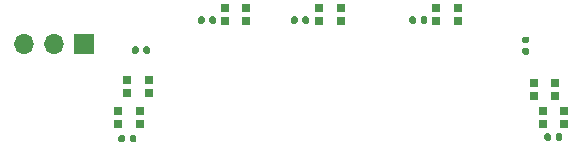
<source format=gbr>
%TF.GenerationSoftware,KiCad,Pcbnew,5.1.9-73d0e3b20d~88~ubuntu20.04.1*%
%TF.CreationDate,2021-04-06T18:29:42+02:00*%
%TF.ProjectId,AB_LED_PCB,41425f4c-4544-45f5-9043-422e6b696361,rev?*%
%TF.SameCoordinates,Original*%
%TF.FileFunction,Soldermask,Top*%
%TF.FilePolarity,Negative*%
%FSLAX46Y46*%
G04 Gerber Fmt 4.6, Leading zero omitted, Abs format (unit mm)*
G04 Created by KiCad (PCBNEW 5.1.9-73d0e3b20d~88~ubuntu20.04.1) date 2021-04-06 18:29:42*
%MOMM*%
%LPD*%
G01*
G04 APERTURE LIST*
%ADD10O,1.700000X1.700000*%
%ADD11R,1.700000X1.700000*%
%ADD12R,0.700000X0.700000*%
G04 APERTURE END LIST*
D10*
%TO.C,J1*%
X151765000Y-102997000D03*
X154305000Y-102997000D03*
D11*
X156845000Y-102997000D03*
%TD*%
D12*
%TO.C,D7*%
X170587000Y-101007000D03*
X170587000Y-99907000D03*
X168757000Y-101007000D03*
X168757000Y-99907000D03*
%TD*%
%TO.C,C7*%
G36*
G01*
X167059000Y-100795000D02*
X167059000Y-101135000D01*
G75*
G02*
X166919000Y-101275000I-140000J0D01*
G01*
X166639000Y-101275000D01*
G75*
G02*
X166499000Y-101135000I0J140000D01*
G01*
X166499000Y-100795000D01*
G75*
G02*
X166639000Y-100655000I140000J0D01*
G01*
X166919000Y-100655000D01*
G75*
G02*
X167059000Y-100795000I0J-140000D01*
G01*
G37*
G36*
G01*
X168019000Y-100795000D02*
X168019000Y-101135000D01*
G75*
G02*
X167879000Y-101275000I-140000J0D01*
G01*
X167599000Y-101275000D01*
G75*
G02*
X167459000Y-101135000I0J140000D01*
G01*
X167459000Y-100795000D01*
G75*
G02*
X167599000Y-100655000I140000J0D01*
G01*
X167879000Y-100655000D01*
G75*
G02*
X168019000Y-100795000I0J-140000D01*
G01*
G37*
%TD*%
%TO.C,D6*%
X161570000Y-109770000D03*
X161570000Y-108670000D03*
X159740000Y-109770000D03*
X159740000Y-108670000D03*
%TD*%
%TO.C,D5*%
X160502000Y-106003000D03*
X160502000Y-107103000D03*
X162332000Y-106003000D03*
X162332000Y-107103000D03*
%TD*%
%TO.C,C6*%
G36*
G01*
X161471000Y-103335000D02*
X161471000Y-103675000D01*
G75*
G02*
X161331000Y-103815000I-140000J0D01*
G01*
X161051000Y-103815000D01*
G75*
G02*
X160911000Y-103675000I0J140000D01*
G01*
X160911000Y-103335000D01*
G75*
G02*
X161051000Y-103195000I140000J0D01*
G01*
X161331000Y-103195000D01*
G75*
G02*
X161471000Y-103335000I0J-140000D01*
G01*
G37*
G36*
G01*
X162431000Y-103335000D02*
X162431000Y-103675000D01*
G75*
G02*
X162291000Y-103815000I-140000J0D01*
G01*
X162011000Y-103815000D01*
G75*
G02*
X161871000Y-103675000I0J140000D01*
G01*
X161871000Y-103335000D01*
G75*
G02*
X162011000Y-103195000I140000J0D01*
G01*
X162291000Y-103195000D01*
G75*
G02*
X162431000Y-103335000I0J-140000D01*
G01*
G37*
%TD*%
%TO.C,C5*%
G36*
G01*
X160728000Y-111168000D02*
X160728000Y-110828000D01*
G75*
G02*
X160868000Y-110688000I140000J0D01*
G01*
X161148000Y-110688000D01*
G75*
G02*
X161288000Y-110828000I0J-140000D01*
G01*
X161288000Y-111168000D01*
G75*
G02*
X161148000Y-111308000I-140000J0D01*
G01*
X160868000Y-111308000D01*
G75*
G02*
X160728000Y-111168000I0J140000D01*
G01*
G37*
G36*
G01*
X159768000Y-111168000D02*
X159768000Y-110828000D01*
G75*
G02*
X159908000Y-110688000I140000J0D01*
G01*
X160188000Y-110688000D01*
G75*
G02*
X160328000Y-110828000I0J-140000D01*
G01*
X160328000Y-111168000D01*
G75*
G02*
X160188000Y-111308000I-140000J0D01*
G01*
X159908000Y-111308000D01*
G75*
G02*
X159768000Y-111168000I0J140000D01*
G01*
G37*
%TD*%
%TO.C,D4*%
X195681000Y-108670000D03*
X195681000Y-109770000D03*
X197511000Y-108670000D03*
X197511000Y-109770000D03*
%TD*%
%TO.C,D3*%
X194919000Y-106257000D03*
X194919000Y-107357000D03*
X196749000Y-106257000D03*
X196749000Y-107357000D03*
%TD*%
%TO.C,D2*%
X188494000Y-101007000D03*
X188494000Y-99907000D03*
X186664000Y-101007000D03*
X186664000Y-99907000D03*
%TD*%
%TO.C,D1*%
X178588000Y-101007000D03*
X178588000Y-99907000D03*
X176758000Y-101007000D03*
X176758000Y-99907000D03*
%TD*%
%TO.C,C4*%
G36*
G01*
X194076500Y-103324000D02*
X194416500Y-103324000D01*
G75*
G02*
X194556500Y-103464000I0J-140000D01*
G01*
X194556500Y-103744000D01*
G75*
G02*
X194416500Y-103884000I-140000J0D01*
G01*
X194076500Y-103884000D01*
G75*
G02*
X193936500Y-103744000I0J140000D01*
G01*
X193936500Y-103464000D01*
G75*
G02*
X194076500Y-103324000I140000J0D01*
G01*
G37*
G36*
G01*
X194076500Y-102364000D02*
X194416500Y-102364000D01*
G75*
G02*
X194556500Y-102504000I0J-140000D01*
G01*
X194556500Y-102784000D01*
G75*
G02*
X194416500Y-102924000I-140000J0D01*
G01*
X194076500Y-102924000D01*
G75*
G02*
X193936500Y-102784000I0J140000D01*
G01*
X193936500Y-102504000D01*
G75*
G02*
X194076500Y-102364000I140000J0D01*
G01*
G37*
%TD*%
%TO.C,C3*%
G36*
G01*
X196396000Y-110701000D02*
X196396000Y-111041000D01*
G75*
G02*
X196256000Y-111181000I-140000J0D01*
G01*
X195976000Y-111181000D01*
G75*
G02*
X195836000Y-111041000I0J140000D01*
G01*
X195836000Y-110701000D01*
G75*
G02*
X195976000Y-110561000I140000J0D01*
G01*
X196256000Y-110561000D01*
G75*
G02*
X196396000Y-110701000I0J-140000D01*
G01*
G37*
G36*
G01*
X197356000Y-110701000D02*
X197356000Y-111041000D01*
G75*
G02*
X197216000Y-111181000I-140000J0D01*
G01*
X196936000Y-111181000D01*
G75*
G02*
X196796000Y-111041000I0J140000D01*
G01*
X196796000Y-110701000D01*
G75*
G02*
X196936000Y-110561000I140000J0D01*
G01*
X197216000Y-110561000D01*
G75*
G02*
X197356000Y-110701000I0J-140000D01*
G01*
G37*
%TD*%
%TO.C,C2*%
G36*
G01*
X174933000Y-100795000D02*
X174933000Y-101135000D01*
G75*
G02*
X174793000Y-101275000I-140000J0D01*
G01*
X174513000Y-101275000D01*
G75*
G02*
X174373000Y-101135000I0J140000D01*
G01*
X174373000Y-100795000D01*
G75*
G02*
X174513000Y-100655000I140000J0D01*
G01*
X174793000Y-100655000D01*
G75*
G02*
X174933000Y-100795000I0J-140000D01*
G01*
G37*
G36*
G01*
X175893000Y-100795000D02*
X175893000Y-101135000D01*
G75*
G02*
X175753000Y-101275000I-140000J0D01*
G01*
X175473000Y-101275000D01*
G75*
G02*
X175333000Y-101135000I0J140000D01*
G01*
X175333000Y-100795000D01*
G75*
G02*
X175473000Y-100655000I140000J0D01*
G01*
X175753000Y-100655000D01*
G75*
G02*
X175893000Y-100795000I0J-140000D01*
G01*
G37*
%TD*%
%TO.C,C1*%
G36*
G01*
X184966000Y-100795000D02*
X184966000Y-101135000D01*
G75*
G02*
X184826000Y-101275000I-140000J0D01*
G01*
X184546000Y-101275000D01*
G75*
G02*
X184406000Y-101135000I0J140000D01*
G01*
X184406000Y-100795000D01*
G75*
G02*
X184546000Y-100655000I140000J0D01*
G01*
X184826000Y-100655000D01*
G75*
G02*
X184966000Y-100795000I0J-140000D01*
G01*
G37*
G36*
G01*
X185926000Y-100795000D02*
X185926000Y-101135000D01*
G75*
G02*
X185786000Y-101275000I-140000J0D01*
G01*
X185506000Y-101275000D01*
G75*
G02*
X185366000Y-101135000I0J140000D01*
G01*
X185366000Y-100795000D01*
G75*
G02*
X185506000Y-100655000I140000J0D01*
G01*
X185786000Y-100655000D01*
G75*
G02*
X185926000Y-100795000I0J-140000D01*
G01*
G37*
%TD*%
M02*

</source>
